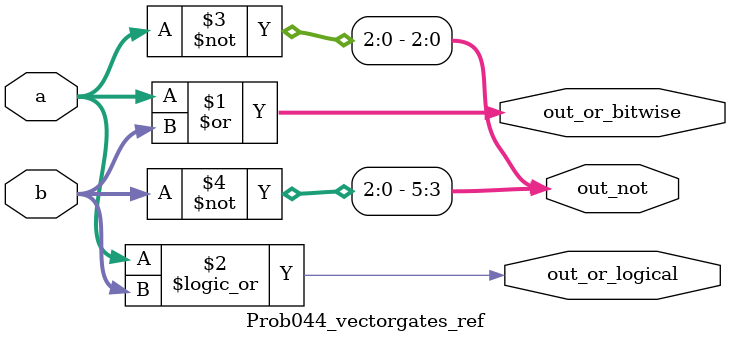
<source format=sv>

module Prob044_vectorgates_ref (
  input [2:0] a,
  input [2:0] b,
  output [2:0] out_or_bitwise,
  output out_or_logical,
  output [5:0] out_not
);

  assign out_or_bitwise = a | b;
  assign out_or_logical = a || b;
  assign out_not = {~b,~a};

endmodule


</source>
